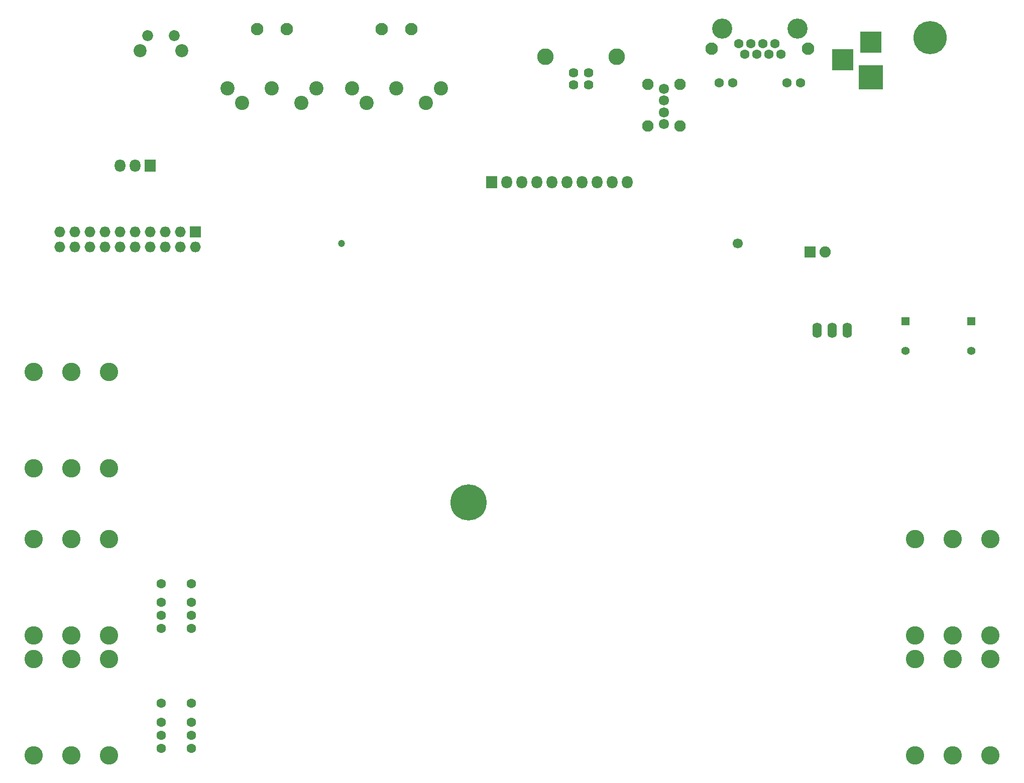
<source format=gbr>
G04 #@! TF.FileFunction,Soldermask,Bot*
%FSLAX46Y46*%
G04 Gerber Fmt 4.6, Leading zero omitted, Abs format (unit mm)*
G04 Created by KiCad (PCBNEW no-vcs-found-product) date Tue 08 Dec 2015 09:39:45 PM BRST*
%MOMM*%
G01*
G04 APERTURE LIST*
%ADD10C,0.100000*%
%ADD11C,2.400000*%
%ADD12C,2.100000*%
%ADD13C,1.700000*%
%ADD14C,1.200000*%
%ADD15R,1.400000X1.400000*%
%ADD16C,1.400000*%
%ADD17C,1.720000*%
%ADD18C,1.950000*%
%ADD19R,1.827200X2.132000*%
%ADD20O,1.827200X2.132000*%
%ADD21C,2.200000*%
%ADD22C,1.850000*%
%ADD23C,1.601140*%
%ADD24C,3.400000*%
%ADD25C,3.100000*%
%ADD26R,4.100000X4.100000*%
%ADD27R,3.600000X3.600000*%
%ADD28C,1.600000*%
%ADD29C,1.624000*%
%ADD30C,2.800020*%
%ADD31R,1.827200X1.827200*%
%ADD32O,1.827200X1.827200*%
%ADD33C,6.100000*%
%ADD34C,5.600000*%
%ADD35O,1.601140X2.599360*%
%ADD36R,1.900000X1.900000*%
%ADD37C,1.900000*%
G04 APERTURE END LIST*
D10*
D11*
X56014740Y-11011540D03*
D12*
X48514740Y1488460D03*
D11*
X58514740Y-8511540D03*
X51014740Y-8511540D03*
X43514740Y-8511540D03*
X46014740Y-11011540D03*
D12*
X53514740Y1488460D03*
D11*
X35010720Y-11011540D03*
D12*
X27510720Y1488460D03*
D11*
X37510720Y-8511540D03*
X30010720Y-8511540D03*
X22510720Y-8511540D03*
X25010720Y-11011540D03*
D12*
X32510720Y1488460D03*
D13*
X108606860Y-34671000D03*
D14*
X41806860Y-34671000D03*
D15*
X136878060Y-47807880D03*
D16*
X136878060Y-52807880D03*
D15*
X147977860Y-47807880D03*
D16*
X147977860Y-52807880D03*
D17*
X96136460Y-8590280D03*
X96136460Y-10590280D03*
X96136460Y-12590280D03*
D18*
X98856460Y-7860280D03*
D17*
X96136460Y-14590280D03*
D18*
X98856460Y-14860280D03*
X93416460Y-7860280D03*
X93416460Y-14860280D03*
D19*
X67053460Y-24384380D03*
D20*
X69593460Y-24384380D03*
X72133460Y-24384380D03*
X74673460Y-24384380D03*
X77213460Y-24384380D03*
X79753460Y-24384380D03*
X82293460Y-24384380D03*
X84833460Y-24384380D03*
X87373460Y-24384380D03*
X89913460Y-24384380D03*
D19*
X9547860Y-21595080D03*
D20*
X7007860Y-21595080D03*
X4467860Y-21595080D03*
D21*
X14865900Y-2154720D03*
D22*
X13605900Y335280D03*
X9105900Y335280D03*
D21*
X7855900Y-2154720D03*
D12*
X120418860Y-1859280D03*
D23*
X105432860Y-7574280D03*
X107718860Y-7574280D03*
X116862860Y-7574280D03*
X119148860Y-7574280D03*
X115846860Y-2748280D03*
X113814860Y-2748280D03*
X111782860Y-2748280D03*
X109750860Y-2748280D03*
X112798860Y-970280D03*
X110766860Y-970280D03*
X114830860Y-970280D03*
X108734860Y-970280D03*
D24*
X105940860Y1569720D03*
X118640860Y1569720D03*
D12*
X104162860Y-1859280D03*
D25*
X-3792220Y-56393680D03*
X2557780Y-56393680D03*
X-10142220Y-56393680D03*
X-3792220Y-72623680D03*
X2557780Y-72623680D03*
X-10142220Y-72623680D03*
X144802860Y-100817080D03*
X138452860Y-100817080D03*
X151152860Y-100817080D03*
X144802860Y-84587080D03*
X138452860Y-84587080D03*
X151152860Y-84587080D03*
X144802860Y-121022780D03*
X138452860Y-121022780D03*
X151152860Y-121022780D03*
X144802860Y-104792780D03*
X138452860Y-104792780D03*
X151152860Y-104792780D03*
X-3792220Y-84592760D03*
X2557780Y-84592760D03*
X-10142220Y-84592760D03*
X-3792220Y-100822760D03*
X2557780Y-100822760D03*
X-10142220Y-100822760D03*
X-3792220Y-104790840D03*
X2557780Y-104790840D03*
X-10142220Y-104790840D03*
X-3792220Y-121020840D03*
X2557780Y-121020840D03*
X-10142220Y-121020840D03*
D26*
X131008120Y-6715760D03*
D27*
X131008120Y-713220D03*
X126308120Y-3713220D03*
D28*
X16431260Y-92080080D03*
X11351260Y-92080080D03*
X11351260Y-95280080D03*
X11351260Y-97480080D03*
X11351260Y-99680080D03*
X16431260Y-95280080D03*
X16431260Y-97480080D03*
X16431260Y-99680080D03*
X16431260Y-112273080D03*
X11351260Y-112273080D03*
X11351260Y-115473080D03*
X11351260Y-117673080D03*
X11351260Y-119873080D03*
X16431260Y-115473080D03*
X16431260Y-117673080D03*
X16431260Y-119873080D03*
D29*
X83433920Y-7947660D03*
X80893920Y-7947660D03*
X80893920Y-5948680D03*
X83433920Y-5948680D03*
D30*
X88163400Y-3248660D03*
X76164440Y-3248660D03*
D31*
X17173180Y-32769700D03*
D32*
X17173180Y-35309700D03*
X14633180Y-32769700D03*
X14633180Y-35309700D03*
X12093180Y-32769700D03*
X12093180Y-35309700D03*
X9553180Y-32769700D03*
X9553180Y-35309700D03*
X7013180Y-32769700D03*
X7013180Y-35309700D03*
X4473180Y-32769700D03*
X4473180Y-35309700D03*
X1933180Y-32769700D03*
X1933180Y-35309700D03*
X-606820Y-32769700D03*
X-606820Y-35309700D03*
X-3146820Y-32769700D03*
X-3146820Y-35309700D03*
X-5686820Y-32769700D03*
X-5686820Y-35309700D03*
D33*
X63157100Y-78409800D03*
D34*
X141010640Y-15240D03*
D35*
X124457460Y-49357280D03*
X126997460Y-49357280D03*
X121917460Y-49357280D03*
D36*
X120774460Y-36149280D03*
D37*
X123274460Y-36149280D03*
M02*

</source>
